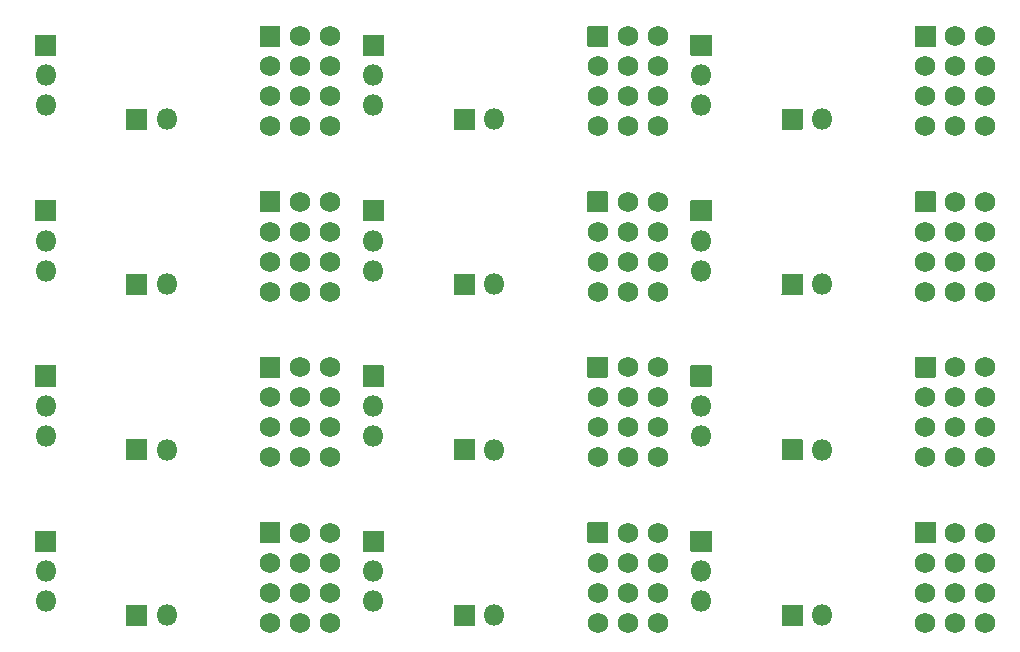
<source format=gbr>
G04 #@! TF.GenerationSoftware,KiCad,Pcbnew,(5.1.8)-1*
G04 #@! TF.CreationDate,2021-07-21T19:28:53-06:00*
G04 #@! TF.ProjectId,SBus-Decoder,53427573-2d44-4656-936f-6465722e6b69,rev?*
G04 #@! TF.SameCoordinates,Original*
G04 #@! TF.FileFunction,Soldermask,Bot*
G04 #@! TF.FilePolarity,Negative*
%FSLAX46Y46*%
G04 Gerber Fmt 4.6, Leading zero omitted, Abs format (unit mm)*
G04 Created by KiCad (PCBNEW (5.1.8)-1) date 2021-07-21 19:28:53*
%MOMM*%
%LPD*%
G01*
G04 APERTURE LIST*
%ADD10O,1.800000X1.800000*%
%ADD11C,1.750000*%
G04 APERTURE END LIST*
D10*
X118250000Y-102750000D03*
G36*
G01*
X116560000Y-103650000D02*
X114860000Y-103650000D01*
G75*
G02*
X114810000Y-103600000I0J50000D01*
G01*
X114810000Y-101900000D01*
G75*
G02*
X114860000Y-101850000I50000J0D01*
G01*
X116560000Y-101850000D01*
G75*
G02*
X116610000Y-101900000I0J-50000D01*
G01*
X116610000Y-103600000D01*
G75*
G02*
X116560000Y-103650000I-50000J0D01*
G01*
G37*
G36*
G01*
X126175000Y-66875000D02*
X127825000Y-66875000D01*
G75*
G02*
X127875000Y-66925000I0J-50000D01*
G01*
X127875000Y-68575000D01*
G75*
G02*
X127825000Y-68625000I-50000J0D01*
G01*
X126175000Y-68625000D01*
G75*
G02*
X126125000Y-68575000I0J50000D01*
G01*
X126125000Y-66925000D01*
G75*
G02*
X126175000Y-66875000I50000J0D01*
G01*
G37*
D11*
X129540000Y-67750000D03*
X132080000Y-67750000D03*
X127000000Y-70290000D03*
X129540000Y-70290000D03*
X132080000Y-70290000D03*
X127000000Y-72830000D03*
X129540000Y-72830000D03*
X132080000Y-72830000D03*
X127000000Y-75370000D03*
X129540000Y-75370000D03*
X132080000Y-75370000D03*
G36*
G01*
X116560000Y-89650000D02*
X114860000Y-89650000D01*
G75*
G02*
X114810000Y-89600000I0J50000D01*
G01*
X114810000Y-87900000D01*
G75*
G02*
X114860000Y-87850000I50000J0D01*
G01*
X116560000Y-87850000D01*
G75*
G02*
X116610000Y-87900000I0J-50000D01*
G01*
X116610000Y-89600000D01*
G75*
G02*
X116560000Y-89650000I-50000J0D01*
G01*
G37*
D10*
X118250000Y-88750000D03*
G36*
G01*
X107100000Y-69350000D02*
X107100000Y-67650000D01*
G75*
G02*
X107150000Y-67600000I50000J0D01*
G01*
X108850000Y-67600000D01*
G75*
G02*
X108900000Y-67650000I0J-50000D01*
G01*
X108900000Y-69350000D01*
G75*
G02*
X108850000Y-69400000I-50000J0D01*
G01*
X107150000Y-69400000D01*
G75*
G02*
X107100000Y-69350000I0J50000D01*
G01*
G37*
X108000000Y-71040000D03*
X108000000Y-73580000D03*
X108000000Y-59580000D03*
X108000000Y-57040000D03*
G36*
G01*
X107100000Y-55350000D02*
X107100000Y-53650000D01*
G75*
G02*
X107150000Y-53600000I50000J0D01*
G01*
X108850000Y-53600000D01*
G75*
G02*
X108900000Y-53650000I0J-50000D01*
G01*
X108900000Y-55350000D01*
G75*
G02*
X108850000Y-55400000I-50000J0D01*
G01*
X107150000Y-55400000D01*
G75*
G02*
X107100000Y-55350000I0J50000D01*
G01*
G37*
D11*
X132080000Y-103370000D03*
X129540000Y-103370000D03*
X127000000Y-103370000D03*
X132080000Y-100830000D03*
X129540000Y-100830000D03*
X127000000Y-100830000D03*
X132080000Y-98290000D03*
X129540000Y-98290000D03*
X127000000Y-98290000D03*
X132080000Y-95750000D03*
X129540000Y-95750000D03*
G36*
G01*
X126175000Y-94875000D02*
X127825000Y-94875000D01*
G75*
G02*
X127875000Y-94925000I0J-50000D01*
G01*
X127875000Y-96575000D01*
G75*
G02*
X127825000Y-96625000I-50000J0D01*
G01*
X126175000Y-96625000D01*
G75*
G02*
X126125000Y-96575000I0J50000D01*
G01*
X126125000Y-94925000D01*
G75*
G02*
X126175000Y-94875000I50000J0D01*
G01*
G37*
X132080000Y-61370000D03*
X129540000Y-61370000D03*
X127000000Y-61370000D03*
X132080000Y-58830000D03*
X129540000Y-58830000D03*
X127000000Y-58830000D03*
X132080000Y-56290000D03*
X129540000Y-56290000D03*
X127000000Y-56290000D03*
X132080000Y-53750000D03*
X129540000Y-53750000D03*
G36*
G01*
X126175000Y-52875000D02*
X127825000Y-52875000D01*
G75*
G02*
X127875000Y-52925000I0J-50000D01*
G01*
X127875000Y-54575000D01*
G75*
G02*
X127825000Y-54625000I-50000J0D01*
G01*
X126175000Y-54625000D01*
G75*
G02*
X126125000Y-54575000I0J50000D01*
G01*
X126125000Y-52925000D01*
G75*
G02*
X126175000Y-52875000I50000J0D01*
G01*
G37*
D10*
X118250000Y-60750000D03*
G36*
G01*
X116560000Y-61650000D02*
X114860000Y-61650000D01*
G75*
G02*
X114810000Y-61600000I0J50000D01*
G01*
X114810000Y-59900000D01*
G75*
G02*
X114860000Y-59850000I50000J0D01*
G01*
X116560000Y-59850000D01*
G75*
G02*
X116610000Y-59900000I0J-50000D01*
G01*
X116610000Y-61600000D01*
G75*
G02*
X116560000Y-61650000I-50000J0D01*
G01*
G37*
G36*
G01*
X116560000Y-75650000D02*
X114860000Y-75650000D01*
G75*
G02*
X114810000Y-75600000I0J50000D01*
G01*
X114810000Y-73900000D01*
G75*
G02*
X114860000Y-73850000I50000J0D01*
G01*
X116560000Y-73850000D01*
G75*
G02*
X116610000Y-73900000I0J-50000D01*
G01*
X116610000Y-75600000D01*
G75*
G02*
X116560000Y-75650000I-50000J0D01*
G01*
G37*
X118250000Y-74750000D03*
G36*
G01*
X126175000Y-80875000D02*
X127825000Y-80875000D01*
G75*
G02*
X127875000Y-80925000I0J-50000D01*
G01*
X127875000Y-82575000D01*
G75*
G02*
X127825000Y-82625000I-50000J0D01*
G01*
X126175000Y-82625000D01*
G75*
G02*
X126125000Y-82575000I0J50000D01*
G01*
X126125000Y-80925000D01*
G75*
G02*
X126175000Y-80875000I50000J0D01*
G01*
G37*
D11*
X129540000Y-81750000D03*
X132080000Y-81750000D03*
X127000000Y-84290000D03*
X129540000Y-84290000D03*
X132080000Y-84290000D03*
X127000000Y-86830000D03*
X129540000Y-86830000D03*
X132080000Y-86830000D03*
X127000000Y-89370000D03*
X129540000Y-89370000D03*
X132080000Y-89370000D03*
G36*
G01*
X107100000Y-83350000D02*
X107100000Y-81650000D01*
G75*
G02*
X107150000Y-81600000I50000J0D01*
G01*
X108850000Y-81600000D01*
G75*
G02*
X108900000Y-81650000I0J-50000D01*
G01*
X108900000Y-83350000D01*
G75*
G02*
X108850000Y-83400000I-50000J0D01*
G01*
X107150000Y-83400000D01*
G75*
G02*
X107100000Y-83350000I0J50000D01*
G01*
G37*
D10*
X108000000Y-85040000D03*
X108000000Y-87580000D03*
X108000000Y-101580000D03*
X108000000Y-99040000D03*
G36*
G01*
X107100000Y-97350000D02*
X107100000Y-95650000D01*
G75*
G02*
X107150000Y-95600000I50000J0D01*
G01*
X108850000Y-95600000D01*
G75*
G02*
X108900000Y-95650000I0J-50000D01*
G01*
X108900000Y-97350000D01*
G75*
G02*
X108850000Y-97400000I-50000J0D01*
G01*
X107150000Y-97400000D01*
G75*
G02*
X107100000Y-97350000I0J50000D01*
G01*
G37*
G36*
G01*
X79350000Y-55350000D02*
X79350000Y-53650000D01*
G75*
G02*
X79400000Y-53600000I50000J0D01*
G01*
X81100000Y-53600000D01*
G75*
G02*
X81150000Y-53650000I0J-50000D01*
G01*
X81150000Y-55350000D01*
G75*
G02*
X81100000Y-55400000I-50000J0D01*
G01*
X79400000Y-55400000D01*
G75*
G02*
X79350000Y-55350000I0J50000D01*
G01*
G37*
X80250000Y-57040000D03*
X80250000Y-59580000D03*
G36*
G01*
X98425000Y-52875000D02*
X100075000Y-52875000D01*
G75*
G02*
X100125000Y-52925000I0J-50000D01*
G01*
X100125000Y-54575000D01*
G75*
G02*
X100075000Y-54625000I-50000J0D01*
G01*
X98425000Y-54625000D01*
G75*
G02*
X98375000Y-54575000I0J50000D01*
G01*
X98375000Y-52925000D01*
G75*
G02*
X98425000Y-52875000I50000J0D01*
G01*
G37*
D11*
X101790000Y-53750000D03*
X104330000Y-53750000D03*
X99250000Y-56290000D03*
X101790000Y-56290000D03*
X104330000Y-56290000D03*
X99250000Y-58830000D03*
X101790000Y-58830000D03*
X104330000Y-58830000D03*
X99250000Y-61370000D03*
X101790000Y-61370000D03*
X104330000Y-61370000D03*
G36*
G01*
X98425000Y-94875000D02*
X100075000Y-94875000D01*
G75*
G02*
X100125000Y-94925000I0J-50000D01*
G01*
X100125000Y-96575000D01*
G75*
G02*
X100075000Y-96625000I-50000J0D01*
G01*
X98425000Y-96625000D01*
G75*
G02*
X98375000Y-96575000I0J50000D01*
G01*
X98375000Y-94925000D01*
G75*
G02*
X98425000Y-94875000I50000J0D01*
G01*
G37*
X101790000Y-95750000D03*
X104330000Y-95750000D03*
X99250000Y-98290000D03*
X101790000Y-98290000D03*
X104330000Y-98290000D03*
X99250000Y-100830000D03*
X101790000Y-100830000D03*
X104330000Y-100830000D03*
X99250000Y-103370000D03*
X101790000Y-103370000D03*
X104330000Y-103370000D03*
D10*
X90500000Y-88750000D03*
G36*
G01*
X88810000Y-89650000D02*
X87110000Y-89650000D01*
G75*
G02*
X87060000Y-89600000I0J50000D01*
G01*
X87060000Y-87900000D01*
G75*
G02*
X87110000Y-87850000I50000J0D01*
G01*
X88810000Y-87850000D01*
G75*
G02*
X88860000Y-87900000I0J-50000D01*
G01*
X88860000Y-89600000D01*
G75*
G02*
X88810000Y-89650000I-50000J0D01*
G01*
G37*
X80250000Y-73580000D03*
X80250000Y-71040000D03*
G36*
G01*
X79350000Y-69350000D02*
X79350000Y-67650000D01*
G75*
G02*
X79400000Y-67600000I50000J0D01*
G01*
X81100000Y-67600000D01*
G75*
G02*
X81150000Y-67650000I0J-50000D01*
G01*
X81150000Y-69350000D01*
G75*
G02*
X81100000Y-69400000I-50000J0D01*
G01*
X79400000Y-69400000D01*
G75*
G02*
X79350000Y-69350000I0J50000D01*
G01*
G37*
D11*
X104330000Y-75370000D03*
X101790000Y-75370000D03*
X99250000Y-75370000D03*
X104330000Y-72830000D03*
X101790000Y-72830000D03*
X99250000Y-72830000D03*
X104330000Y-70290000D03*
X101790000Y-70290000D03*
X99250000Y-70290000D03*
X104330000Y-67750000D03*
X101790000Y-67750000D03*
G36*
G01*
X98425000Y-66875000D02*
X100075000Y-66875000D01*
G75*
G02*
X100125000Y-66925000I0J-50000D01*
G01*
X100125000Y-68575000D01*
G75*
G02*
X100075000Y-68625000I-50000J0D01*
G01*
X98425000Y-68625000D01*
G75*
G02*
X98375000Y-68575000I0J50000D01*
G01*
X98375000Y-66925000D01*
G75*
G02*
X98425000Y-66875000I50000J0D01*
G01*
G37*
G36*
G01*
X88810000Y-103650000D02*
X87110000Y-103650000D01*
G75*
G02*
X87060000Y-103600000I0J50000D01*
G01*
X87060000Y-101900000D01*
G75*
G02*
X87110000Y-101850000I50000J0D01*
G01*
X88810000Y-101850000D01*
G75*
G02*
X88860000Y-101900000I0J-50000D01*
G01*
X88860000Y-103600000D01*
G75*
G02*
X88810000Y-103650000I-50000J0D01*
G01*
G37*
D10*
X90500000Y-102750000D03*
X90500000Y-74750000D03*
G36*
G01*
X88810000Y-75650000D02*
X87110000Y-75650000D01*
G75*
G02*
X87060000Y-75600000I0J50000D01*
G01*
X87060000Y-73900000D01*
G75*
G02*
X87110000Y-73850000I50000J0D01*
G01*
X88810000Y-73850000D01*
G75*
G02*
X88860000Y-73900000I0J-50000D01*
G01*
X88860000Y-75600000D01*
G75*
G02*
X88810000Y-75650000I-50000J0D01*
G01*
G37*
D11*
X104330000Y-89370000D03*
X101790000Y-89370000D03*
X99250000Y-89370000D03*
X104330000Y-86830000D03*
X101790000Y-86830000D03*
X99250000Y-86830000D03*
X104330000Y-84290000D03*
X101790000Y-84290000D03*
X99250000Y-84290000D03*
X104330000Y-81750000D03*
X101790000Y-81750000D03*
G36*
G01*
X98425000Y-80875000D02*
X100075000Y-80875000D01*
G75*
G02*
X100125000Y-80925000I0J-50000D01*
G01*
X100125000Y-82575000D01*
G75*
G02*
X100075000Y-82625000I-50000J0D01*
G01*
X98425000Y-82625000D01*
G75*
G02*
X98375000Y-82575000I0J50000D01*
G01*
X98375000Y-80925000D01*
G75*
G02*
X98425000Y-80875000I50000J0D01*
G01*
G37*
D10*
X80250000Y-87580000D03*
X80250000Y-85040000D03*
G36*
G01*
X79350000Y-83350000D02*
X79350000Y-81650000D01*
G75*
G02*
X79400000Y-81600000I50000J0D01*
G01*
X81100000Y-81600000D01*
G75*
G02*
X81150000Y-81650000I0J-50000D01*
G01*
X81150000Y-83350000D01*
G75*
G02*
X81100000Y-83400000I-50000J0D01*
G01*
X79400000Y-83400000D01*
G75*
G02*
X79350000Y-83350000I0J50000D01*
G01*
G37*
G36*
G01*
X79350000Y-97350000D02*
X79350000Y-95650000D01*
G75*
G02*
X79400000Y-95600000I50000J0D01*
G01*
X81100000Y-95600000D01*
G75*
G02*
X81150000Y-95650000I0J-50000D01*
G01*
X81150000Y-97350000D01*
G75*
G02*
X81100000Y-97400000I-50000J0D01*
G01*
X79400000Y-97400000D01*
G75*
G02*
X79350000Y-97350000I0J50000D01*
G01*
G37*
X80250000Y-99040000D03*
X80250000Y-101580000D03*
G36*
G01*
X88810000Y-61650000D02*
X87110000Y-61650000D01*
G75*
G02*
X87060000Y-61600000I0J50000D01*
G01*
X87060000Y-59900000D01*
G75*
G02*
X87110000Y-59850000I50000J0D01*
G01*
X88810000Y-59850000D01*
G75*
G02*
X88860000Y-59900000I0J-50000D01*
G01*
X88860000Y-61600000D01*
G75*
G02*
X88810000Y-61650000I-50000J0D01*
G01*
G37*
X90500000Y-60750000D03*
G36*
G01*
X51600000Y-83350000D02*
X51600000Y-81650000D01*
G75*
G02*
X51650000Y-81600000I50000J0D01*
G01*
X53350000Y-81600000D01*
G75*
G02*
X53400000Y-81650000I0J-50000D01*
G01*
X53400000Y-83350000D01*
G75*
G02*
X53350000Y-83400000I-50000J0D01*
G01*
X51650000Y-83400000D01*
G75*
G02*
X51600000Y-83350000I0J50000D01*
G01*
G37*
X52500000Y-85040000D03*
X52500000Y-87580000D03*
G36*
G01*
X70675000Y-80875000D02*
X72325000Y-80875000D01*
G75*
G02*
X72375000Y-80925000I0J-50000D01*
G01*
X72375000Y-82575000D01*
G75*
G02*
X72325000Y-82625000I-50000J0D01*
G01*
X70675000Y-82625000D01*
G75*
G02*
X70625000Y-82575000I0J50000D01*
G01*
X70625000Y-80925000D01*
G75*
G02*
X70675000Y-80875000I50000J0D01*
G01*
G37*
D11*
X74040000Y-81750000D03*
X76580000Y-81750000D03*
X71500000Y-84290000D03*
X74040000Y-84290000D03*
X76580000Y-84290000D03*
X71500000Y-86830000D03*
X74040000Y-86830000D03*
X76580000Y-86830000D03*
X71500000Y-89370000D03*
X74040000Y-89370000D03*
X76580000Y-89370000D03*
D10*
X52500000Y-101580000D03*
X52500000Y-99040000D03*
G36*
G01*
X51600000Y-97350000D02*
X51600000Y-95650000D01*
G75*
G02*
X51650000Y-95600000I50000J0D01*
G01*
X53350000Y-95600000D01*
G75*
G02*
X53400000Y-95650000I0J-50000D01*
G01*
X53400000Y-97350000D01*
G75*
G02*
X53350000Y-97400000I-50000J0D01*
G01*
X51650000Y-97400000D01*
G75*
G02*
X51600000Y-97350000I0J50000D01*
G01*
G37*
D11*
X76580000Y-103370000D03*
X74040000Y-103370000D03*
X71500000Y-103370000D03*
X76580000Y-100830000D03*
X74040000Y-100830000D03*
X71500000Y-100830000D03*
X76580000Y-98290000D03*
X74040000Y-98290000D03*
X71500000Y-98290000D03*
X76580000Y-95750000D03*
X74040000Y-95750000D03*
G36*
G01*
X70675000Y-94875000D02*
X72325000Y-94875000D01*
G75*
G02*
X72375000Y-94925000I0J-50000D01*
G01*
X72375000Y-96575000D01*
G75*
G02*
X72325000Y-96625000I-50000J0D01*
G01*
X70675000Y-96625000D01*
G75*
G02*
X70625000Y-96575000I0J50000D01*
G01*
X70625000Y-94925000D01*
G75*
G02*
X70675000Y-94875000I50000J0D01*
G01*
G37*
D10*
X62750000Y-102750000D03*
G36*
G01*
X61060000Y-103650000D02*
X59360000Y-103650000D01*
G75*
G02*
X59310000Y-103600000I0J50000D01*
G01*
X59310000Y-101900000D01*
G75*
G02*
X59360000Y-101850000I50000J0D01*
G01*
X61060000Y-101850000D01*
G75*
G02*
X61110000Y-101900000I0J-50000D01*
G01*
X61110000Y-103600000D01*
G75*
G02*
X61060000Y-103650000I-50000J0D01*
G01*
G37*
G36*
G01*
X61060000Y-89650000D02*
X59360000Y-89650000D01*
G75*
G02*
X59310000Y-89600000I0J50000D01*
G01*
X59310000Y-87900000D01*
G75*
G02*
X59360000Y-87850000I50000J0D01*
G01*
X61060000Y-87850000D01*
G75*
G02*
X61110000Y-87900000I0J-50000D01*
G01*
X61110000Y-89600000D01*
G75*
G02*
X61060000Y-89650000I-50000J0D01*
G01*
G37*
X62750000Y-88750000D03*
G36*
G01*
X51600000Y-69350000D02*
X51600000Y-67650000D01*
G75*
G02*
X51650000Y-67600000I50000J0D01*
G01*
X53350000Y-67600000D01*
G75*
G02*
X53400000Y-67650000I0J-50000D01*
G01*
X53400000Y-69350000D01*
G75*
G02*
X53350000Y-69400000I-50000J0D01*
G01*
X51650000Y-69400000D01*
G75*
G02*
X51600000Y-69350000I0J50000D01*
G01*
G37*
X52500000Y-71040000D03*
X52500000Y-73580000D03*
G36*
G01*
X70675000Y-66875000D02*
X72325000Y-66875000D01*
G75*
G02*
X72375000Y-66925000I0J-50000D01*
G01*
X72375000Y-68575000D01*
G75*
G02*
X72325000Y-68625000I-50000J0D01*
G01*
X70675000Y-68625000D01*
G75*
G02*
X70625000Y-68575000I0J50000D01*
G01*
X70625000Y-66925000D01*
G75*
G02*
X70675000Y-66875000I50000J0D01*
G01*
G37*
D11*
X74040000Y-67750000D03*
X76580000Y-67750000D03*
X71500000Y-70290000D03*
X74040000Y-70290000D03*
X76580000Y-70290000D03*
X71500000Y-72830000D03*
X74040000Y-72830000D03*
X76580000Y-72830000D03*
X71500000Y-75370000D03*
X74040000Y-75370000D03*
X76580000Y-75370000D03*
G36*
G01*
X61060000Y-75650000D02*
X59360000Y-75650000D01*
G75*
G02*
X59310000Y-75600000I0J50000D01*
G01*
X59310000Y-73900000D01*
G75*
G02*
X59360000Y-73850000I50000J0D01*
G01*
X61060000Y-73850000D01*
G75*
G02*
X61110000Y-73900000I0J-50000D01*
G01*
X61110000Y-75600000D01*
G75*
G02*
X61060000Y-75650000I-50000J0D01*
G01*
G37*
D10*
X62750000Y-74750000D03*
X62750000Y-60750000D03*
G36*
G01*
X61060000Y-61650000D02*
X59360000Y-61650000D01*
G75*
G02*
X59310000Y-61600000I0J50000D01*
G01*
X59310000Y-59900000D01*
G75*
G02*
X59360000Y-59850000I50000J0D01*
G01*
X61060000Y-59850000D01*
G75*
G02*
X61110000Y-59900000I0J-50000D01*
G01*
X61110000Y-61600000D01*
G75*
G02*
X61060000Y-61650000I-50000J0D01*
G01*
G37*
D11*
X76580000Y-61370000D03*
X74040000Y-61370000D03*
X71500000Y-61370000D03*
X76580000Y-58830000D03*
X74040000Y-58830000D03*
X71500000Y-58830000D03*
X76580000Y-56290000D03*
X74040000Y-56290000D03*
X71500000Y-56290000D03*
X76580000Y-53750000D03*
X74040000Y-53750000D03*
G36*
G01*
X70675000Y-52875000D02*
X72325000Y-52875000D01*
G75*
G02*
X72375000Y-52925000I0J-50000D01*
G01*
X72375000Y-54575000D01*
G75*
G02*
X72325000Y-54625000I-50000J0D01*
G01*
X70675000Y-54625000D01*
G75*
G02*
X70625000Y-54575000I0J50000D01*
G01*
X70625000Y-52925000D01*
G75*
G02*
X70675000Y-52875000I50000J0D01*
G01*
G37*
D10*
X52500000Y-59580000D03*
X52500000Y-57040000D03*
G36*
G01*
X51600000Y-55350000D02*
X51600000Y-53650000D01*
G75*
G02*
X51650000Y-53600000I50000J0D01*
G01*
X53350000Y-53600000D01*
G75*
G02*
X53400000Y-53650000I0J-50000D01*
G01*
X53400000Y-55350000D01*
G75*
G02*
X53350000Y-55400000I-50000J0D01*
G01*
X51650000Y-55400000D01*
G75*
G02*
X51600000Y-55350000I0J50000D01*
G01*
G37*
M02*

</source>
